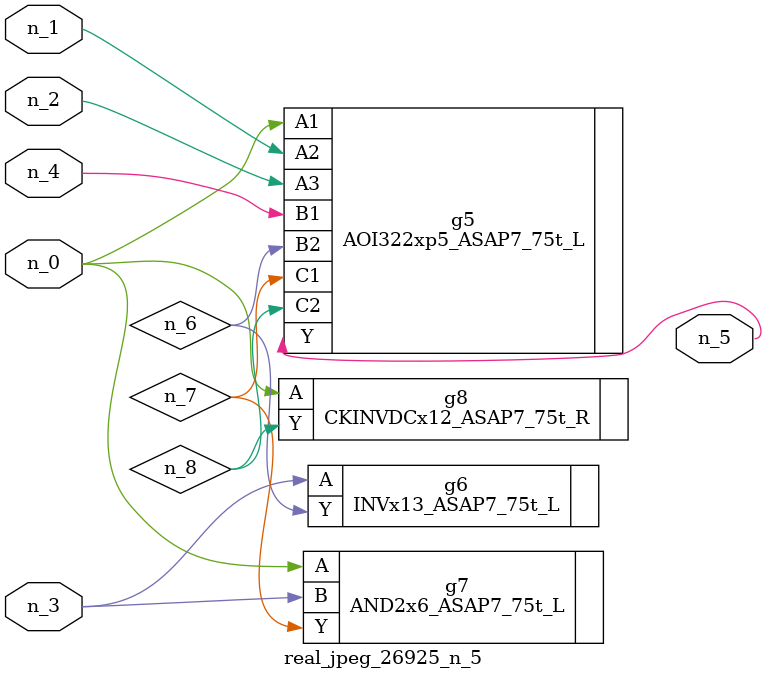
<source format=v>
module real_jpeg_26925_n_5 (n_4, n_0, n_1, n_2, n_3, n_5);

input n_4;
input n_0;
input n_1;
input n_2;
input n_3;

output n_5;

wire n_8;
wire n_6;
wire n_7;

AOI322xp5_ASAP7_75t_L g5 ( 
.A1(n_0),
.A2(n_1),
.A3(n_2),
.B1(n_4),
.B2(n_6),
.C1(n_7),
.C2(n_8),
.Y(n_5)
);

AND2x6_ASAP7_75t_L g7 ( 
.A(n_0),
.B(n_3),
.Y(n_7)
);

CKINVDCx12_ASAP7_75t_R g8 ( 
.A(n_0),
.Y(n_8)
);

INVx13_ASAP7_75t_L g6 ( 
.A(n_3),
.Y(n_6)
);


endmodule
</source>
